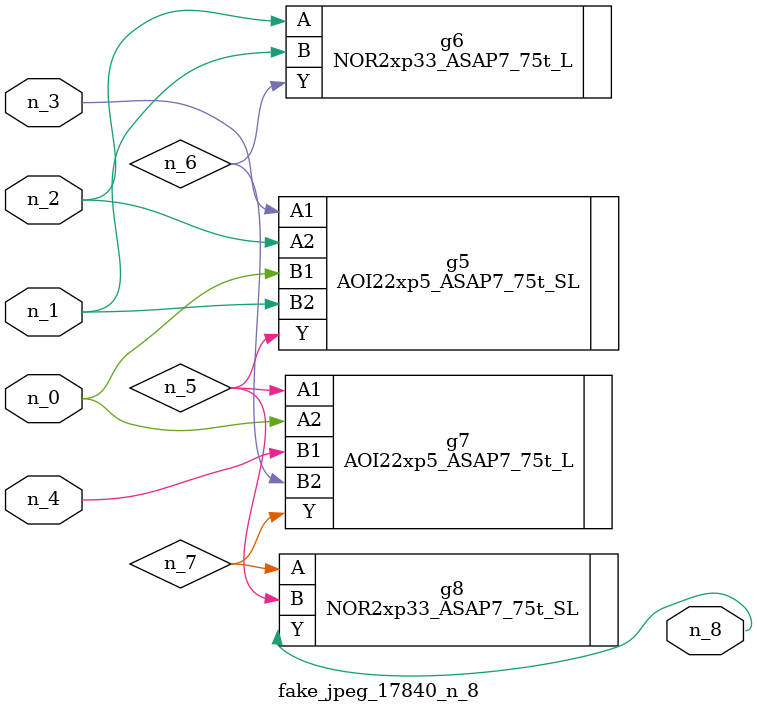
<source format=v>
module fake_jpeg_17840_n_8 (n_3, n_2, n_1, n_0, n_4, n_8);

input n_3;
input n_2;
input n_1;
input n_0;
input n_4;

output n_8;

wire n_6;
wire n_5;
wire n_7;

AOI22xp5_ASAP7_75t_SL g5 ( 
.A1(n_3),
.A2(n_2),
.B1(n_0),
.B2(n_1),
.Y(n_5)
);

NOR2xp33_ASAP7_75t_L g6 ( 
.A(n_2),
.B(n_1),
.Y(n_6)
);

AOI22xp5_ASAP7_75t_L g7 ( 
.A1(n_5),
.A2(n_0),
.B1(n_4),
.B2(n_6),
.Y(n_7)
);

NOR2xp33_ASAP7_75t_SL g8 ( 
.A(n_7),
.B(n_5),
.Y(n_8)
);


endmodule
</source>
